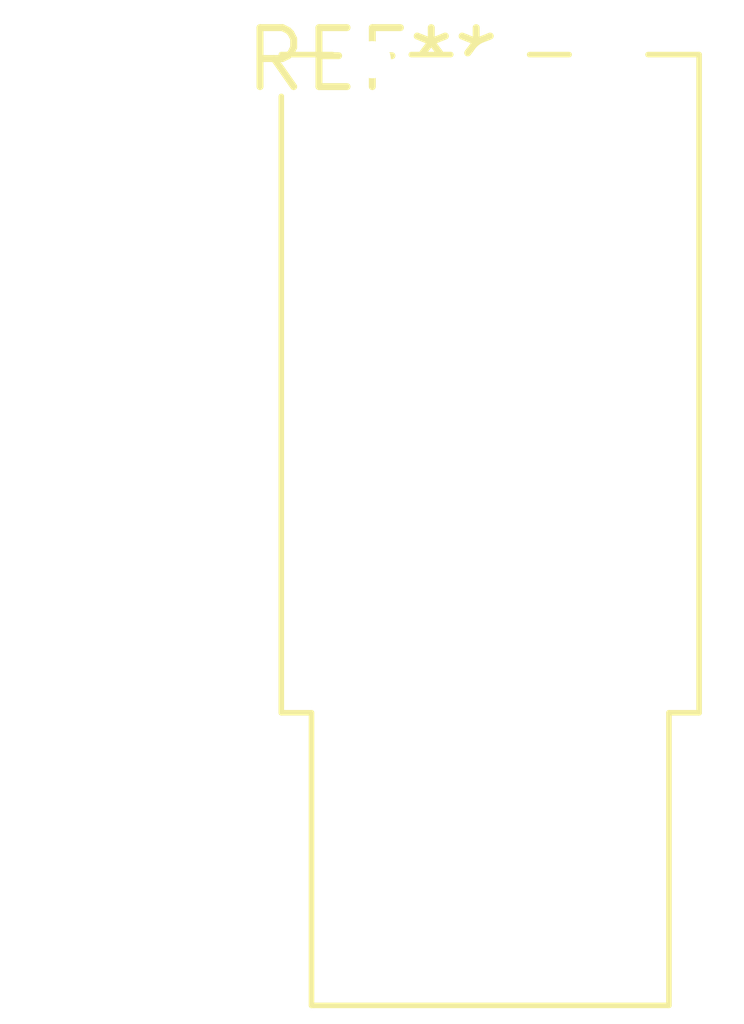
<source format=kicad_pcb>
(kicad_pcb (version 20240108) (generator pcbnew)
  (layers (0 "F.Cu" signal) (31 "B.Cu" signal) (34 "B.Paste" user) (35 "F.Paste" user) (36 "B.SilkS" user "B.Silkscreen") (37 "F.SilkS" user "F.Silkscreen") (38 "B.Mask" user) (39 "F.Mask" user) (44 "Edge.Cuts" user))
  (net 0 "")
  (footprint "SW_NKK_BB15AH" (layer "F.Cu") (at 0 0)
    (property "Reference" "REF**")
    (property "Value" "SW_NKK_BB15AH")
    (fp_line (start -1.96 0.79) (end -1.96 14.06) (layer "F.SilkS") (stroke (width 0.12)))
    (fp_line (start -1.96 14.06) (end -1.31 14.06) (layer "F.SilkS") (stroke (width 0.12)))
    (fp_line (start -1.31 14.06) (end -1.31 20.36) (layer "F.SilkS") (stroke (width 0.12)))
    (fp_line (start -1.31 20.36) (end 6.39 20.36) (layer "F.SilkS") (stroke (width 0.12)))
    (fp_line (start -0.86 -0.11) (end -1.96 -0.11) (layer "F.SilkS") (stroke (width 0.12)))
    (fp_line (start 0.84 -0.11) (end 1.69 -0.11) (layer "F.SilkS") (stroke (width 0.12)))
    (fp_line (start 3.39 -0.11) (end 4.24 -0.11) (layer "F.SilkS") (stroke (width 0.12)))
    (fp_line (start 6.39 14.06) (end 7.04 14.06) (layer "F.SilkS") (stroke (width 0.12)))
    (fp_line (start 6.39 20.36) (end 6.39 14.06) (layer "F.SilkS") (stroke (width 0.12)))
    (fp_line (start 7.04 -0.11) (end 5.94 -0.11) (layer "F.SilkS") (stroke (width 0.12)))
    (fp_line (start 7.04 14.06) (end 7.04 -0.11) (layer "F.SilkS") (stroke (width 0.12)))
    (pad "" thru_hole circle (at 0 5.08) (size 1.5 1.5) (drill 0.9) (layers *.Cu *.Mask) (remove_unused_layers))
    (pad "" thru_hole circle (at 5.08 5.08) (size 1.5 1.5) (drill 0.9) (layers *.Cu *.Mask) (remove_unused_layers))
    (pad "1" thru_hole rect (at 0 0) (size 1.5 1.5) (drill 0.8) (layers *.Cu *.Mask) (remove_unused_layers))
    (pad "2" thru_hole circle (at 2.54 0) (size 1.5 1.5) (drill 0.8) (layers *.Cu *.Mask) (remove_unused_layers))
    (pad "3" thru_hole circle (at 5.08 0) (size 1.5 1.5) (drill 0.8) (layers *.Cu *.Mask) (remove_unused_layers))
  )
)
</source>
